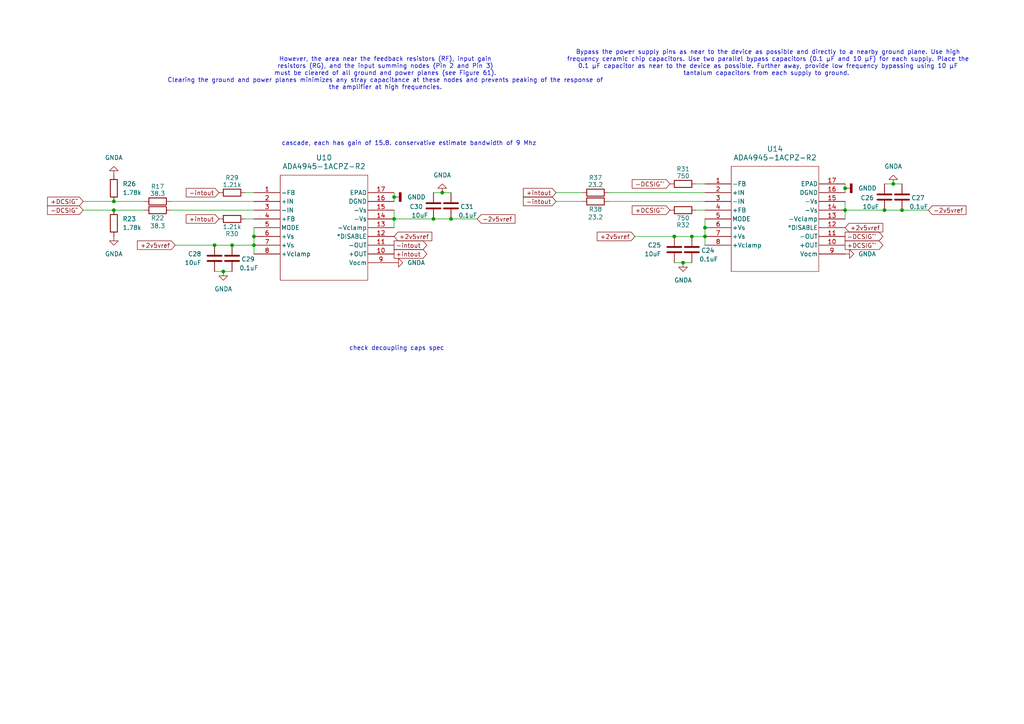
<source format=kicad_sch>
(kicad_sch (version 20231120) (generator "eeschema") (generator_version "8.0")
  (paper "A4")
  (lib_symbols
    (symbol "Device:C" (pin_numbers hide) (pin_names (offset 0.254))
      (property "Reference" "C" (at 0.635 2.54 0))
      (property "Value" "C" (at 0.635 -2.54 0))
      (symbol "C_0_1"
        (polyline (pts (xy -2.032 -0.762) (xy 2.032 -0.762)) (stroke (width 0.508)))
        (polyline (pts (xy -2.032 0.762) (xy 2.032 0.762)) (stroke (width 0.508)))
      )
      (symbol "C_1_1"
        (pin passive line (at 0 3.81 270) (length 2.794) (name "~") (number "1"))
        (pin passive line (at 0 -3.81 90) (length 2.794) (name "~") (number "2"))
      )
    )
    (symbol "Device:R" (pin_numbers hide) (pin_names (offset 0))
      (property "Reference" "R" (at 2.032 0 90))
      (property "Value" "R" (at 0 0 90))
      (symbol "R_0_1"
        (rectangle (start -1.016 -2.54) (end 1.016 2.54) (stroke (width 0.254)))
      )
      (symbol "R_1_1"
        (pin passive line (at 0 3.81 270) (length 1.27) (name "~") (number "1"))
        (pin passive line (at 0 -3.81 90) (length 1.27) (name "~") (number "2"))
      )
    )
    (symbol "dyno_inst_sym:ADA4945-1ACPZ-R2" (pin_names (offset 0.254))
      (property "Reference" "U" (at 20.32 10.16 0))
      (property "Value" "ADA4945-1ACPZ-R2" (at 20.32 7.62 0))
      (symbol "ADA4945-1ACPZ-R2_0_1"
        (polyline (pts (xy 7.62 -25.4) (xy 33.02 -25.4)) (stroke (width 0.127)))
        (polyline (pts (xy 33.02 -25.4) (xy 33.02 5.08)) (stroke (width 0.127)))
        (polyline (pts (xy 33.02 5.08) (xy 7.62 5.08)) (stroke (width 0.127)))
      )
      (symbol "ADA4945-1ACPZ-R2_1_1"
        (polyline (pts (xy 7.62 5.08) (xy 7.62 -25.4)))
        (pin unspecified line (at 0 0 0) (length 7.62) (name "-FB") (number "1"))
        (pin unspecified line (at 40.64 -17.78 180) (length 7.62) (name "+OUT") (number "10"))
        (pin unspecified line (at 40.64 -15.24 180) (length 7.62) (name "-OUT") (number "11"))
        (pin unspecified line (at 40.64 -12.7 180) (length 7.62) (name "*DISABLE") (number "12"))
        (pin unspecified line (at 40.64 -10.16 180) (length 7.62) (name "-Vclamp") (number "13"))
        (pin unspecified line (at 40.64 -7.62 180) (length 7.62) (name "-Vs") (number "14"))
        (pin unspecified line (at 40.64 -5.08 180) (length 7.62) (name "-Vs") (number "15"))
        (pin unspecified line (at 40.64 -2.54 180) (length 7.62) (name "DGND") (number "16"))
        (pin unspecified line (at 40.64 0 180) (length 7.62) (name "EPAD") (number "17"))
        (pin unspecified line (at 0 -2.54 0) (length 7.62) (name "+IN") (number "2"))
        (pin unspecified line (at 0 -5.08 0) (length 7.62) (name "-IN") (number "3"))
        (pin unspecified line (at 0 -7.62 0) (length 7.62) (name "+FB") (number "4"))
        (pin unspecified line (at 0 -10.16 0) (length 7.62) (name "MODE") (number "5"))
        (pin unspecified line (at 0 -12.7 0) (length 7.62) (name "+Vs") (number "6"))
        (pin unspecified line (at 0 -15.24 0) (length 7.62) (name "+Vs") (number "7"))
        (pin unspecified line (at 0 -17.78 0) (length 7.62) (name "+Vclamp") (number "8"))
        (pin unspecified line (at 40.64 -20.32 180) (length 7.62) (name "Vocm") (number "9"))
      )
    )
    (symbol "power:GNDA" (power) (pin_names (offset 0))
      (property "Value" "GNDA" (at 0 -3.81 0))
      (symbol "GNDA_0_1"
        (polyline (pts (xy 0 0) (xy 0 -1.27) (xy 1.27 -1.27) (xy 0 -2.54) (xy -1.27 -1.27) (xy 0 -1.27)))
      )
      (symbol "GNDA_1_1"
        (pin power_in line (at 0 0 270) (length 0) hide (name "GNDA") (number "1"))
      )
    )
    (symbol "power:GNDD" (power) (pin_names (offset 0))
      (property "Value" "GNDD" (at 0 -3.175 0))
      (symbol "GNDD_0_1"
        (rectangle (start -1.27 -1.524) (end 1.27 -2.032) (stroke (width 0.254)) (fill (type outline)))
        (polyline (pts (xy 0 0) (xy 0 -1.524)))
      )
      (symbol "GNDD_1_1"
        (pin power_in line (at 0 0 270) (length 0) hide (name "GNDD") (number "1"))
      )
    )
  )
  (junction (at 73.66 71.12))
  (junction (at 67.31 71.12))
  (junction (at 73.66 68.58))
  (junction (at 245.11 54.61))
  (junction (at 33.02 60.96))
  (junction (at 204.47 68.58))
  (junction (at 261.62 60.96))
  (junction (at 204.47 66.04))
  (junction (at 114.3 57.15))
  (junction (at 125.73 63.5))
  (junction (at 195.58 68.58))
  (junction (at 198.12 76.2))
  (junction (at 130.81 63.5))
  (junction (at 245.11 60.96))
  (junction (at 200.66 68.58))
  (junction (at 62.23 71.12))
  (junction (at 128.27 55.88))
  (junction (at 64.77 78.74))
  (junction (at 256.54 60.96))
  (junction (at 114.3 63.5))
  (junction (at 259.08 53.34))
  (junction (at 33.02 58.42))
  (wire (pts (xy 245.11 58.42) (xy 245.11 60.96)))
  (wire (pts (xy 64.77 78.74) (xy 62.23 78.74)))
  (wire (pts (xy 49.53 58.42) (xy 73.66 58.42)))
  (wire (pts (xy 184.15 68.58) (xy 195.58 68.58)))
  (wire (pts (xy 125.73 63.5) (xy 114.3 63.5)))
  (wire (pts (xy 245.11 55.88) (xy 245.11 54.61)))
  (wire (pts (xy 64.77 78.74) (xy 67.31 78.74)))
  (wire (pts (xy 114.3 63.5) (xy 114.3 66.04)))
  (wire (pts (xy 245.11 60.96) (xy 256.54 60.96)))
  (wire (pts (xy 256.54 53.34) (xy 259.08 53.34)))
  (wire (pts (xy 198.12 76.2) (xy 195.58 76.2)))
  (wire (pts (xy 176.53 55.88) (xy 204.47 55.88)))
  (wire (pts (xy 71.12 63.5) (xy 73.66 63.5)))
  (wire (pts (xy 256.54 60.96) (xy 261.62 60.96)))
  (wire (pts (xy 73.66 68.58) (xy 73.66 71.12)))
  (wire (pts (xy 245.11 54.61) (xy 245.11 53.34)))
  (wire (pts (xy 114.3 57.15) (xy 114.3 55.88)))
  (wire (pts (xy 195.58 68.58) (xy 200.66 68.58)))
  (wire (pts (xy 138.43 63.5) (xy 130.81 63.5)))
  (wire (pts (xy 125.73 55.88) (xy 128.27 55.88)))
  (wire (pts (xy 269.24 60.96) (xy 261.62 60.96)))
  (wire (pts (xy 67.31 71.12) (xy 73.66 71.12)))
  (wire (pts (xy 245.11 60.96) (xy 245.11 63.5)))
  (wire (pts (xy 198.12 76.2) (xy 200.66 76.2)))
  (wire (pts (xy 161.29 58.42) (xy 168.91 58.42)))
  (wire (pts (xy 24.13 60.96) (xy 33.02 60.96)))
  (wire (pts (xy 33.02 58.42) (xy 41.91 58.42)))
  (wire (pts (xy 114.3 60.96) (xy 114.3 63.5)))
  (wire (pts (xy 73.66 71.12) (xy 73.66 73.66)))
  (wire (pts (xy 71.12 55.88) (xy 73.66 55.88)))
  (wire (pts (xy 176.53 58.42) (xy 204.47 58.42)))
  (wire (pts (xy 33.02 60.96) (xy 41.91 60.96)))
  (wire (pts (xy 200.66 68.58) (xy 204.47 68.58)))
  (wire (pts (xy 204.47 63.5) (xy 204.47 66.04)))
  (wire (pts (xy 161.29 55.88) (xy 168.91 55.88)))
  (wire (pts (xy 114.3 58.42) (xy 114.3 57.15)))
  (wire (pts (xy 204.47 68.58) (xy 204.47 71.12)))
  (wire (pts (xy 201.93 53.34) (xy 204.47 53.34)))
  (wire (pts (xy 204.47 66.04) (xy 204.47 68.58)))
  (wire (pts (xy 24.13 58.42) (xy 33.02 58.42)))
  (wire (pts (xy 130.81 63.5) (xy 125.73 63.5)))
  (wire (pts (xy 73.66 66.04) (xy 73.66 68.58)))
  (wire (pts (xy 50.8 71.12) (xy 62.23 71.12)))
  (wire (pts (xy 201.93 60.96) (xy 204.47 60.96)))
  (wire (pts (xy 49.53 60.96) (xy 73.66 60.96)))
  (wire (pts (xy 62.23 71.12) (xy 67.31 71.12)))
  (wire (pts (xy 128.27 55.88) (xy 130.81 55.88)))
  (wire (pts (xy 259.08 53.34) (xy 261.62 53.34)))
  (text "However, the area near the feedback resistors (RF), input gain\nresistors (RG), and the input summing nodes (Pin 2 and Pin 3)\nmust be cleared of all ground and power planes (see Figure 61).\nClearing the ground and power planes minimizes any stray capacitance at these nodes and prevents peaking of the response of\nthe amplifier at high frequencies." (at 111.76 21.336 0) (effects (font (size 1.27 1.27))))
  (text "Bypass the power supply pins as near to the device as possible and directly to a nearby ground plane. Use high\nfrequency ceramic chip capacitors. Use two parallel bypass capacitors (0.1 µF and 10 µF) for each supply. Place the\n0.1 µF capacitor as near to the device as possible. Further away, provide low frequency bypassing using 10 µF\ntantalum capacitors from each supply to ground. " (at 222.758 18.288 0) (effects (font (size 1.27 1.27))))
  (text "check decoupling caps spec" (at 115.062 101.092 0) (effects (font (size 1.27 1.27))))
  (text "cascade, each has gain of 15.8. conservative estimate bandwidth of 9 Mhz" (at 118.618 41.656 0) (effects (font (size 1.27 1.27))))
  (global_label "+2v5vref" (shape input) (at 184.15 68.58 180) (property "Intersheetrefs" "${INTERSHEET_REFS}" (effects (hide yes))))
  (global_label "+2v5vref" (shape input) (at 245.11 66.04 0) (property "Intersheetrefs" "${INTERSHEET_REFS}" (effects (hide yes))))
  (global_label "-2v5vref" (shape input) (at 138.43 63.5 0) (property "Intersheetrefs" "${INTERSHEET_REFS}" (effects (hide yes))))
  (global_label "-intout" (shape input) (at 161.29 58.42 180) (property "Intersheetrefs" "${INTERSHEET_REFS}" (effects (hide yes))))
  (global_label "+2v5vref" (shape input) (at 50.8 71.12 180) (property "Intersheetrefs" "${INTERSHEET_REFS}" (effects (hide yes))))
  (global_label "-2v5vref" (shape input) (at 269.24 60.96 0) (property "Intersheetrefs" "${INTERSHEET_REFS}" (effects (hide yes))))
  (global_label "+intout" (shape input) (at 161.29 55.88 180) (property "Intersheetrefs" "${INTERSHEET_REFS}" (effects (hide yes))))
  (global_label "-DCSIG^" (shape input) (at 24.13 60.96 180) (property "Intersheetrefs" "${INTERSHEET_REFS}" (effects (hide yes))))
  (global_label "+2v5vref" (shape input) (at 114.3 68.58 0) (property "Intersheetrefs" "${INTERSHEET_REFS}" (effects (hide yes))))
  (global_label "+DCSIG^'" (shape input) (at 194.31 60.96 180) (property "Intersheetrefs" "${INTERSHEET_REFS}" (effects (hide yes))))
  (global_label "-DCSIG^'" (shape input) (at 194.31 53.34 180) (property "Intersheetrefs" "${INTERSHEET_REFS}" (effects (hide yes))))
  (global_label "+DCSIG^" (shape input) (at 24.13 58.42 180) (property "Intersheetrefs" "${INTERSHEET_REFS}" (effects (hide yes))))
  (global_label "+DCSIG^'" (shape output) (at 245.11 71.12 0) (property "Intersheetrefs" "${INTERSHEET_REFS}" (effects (hide yes))))
  (global_label "-DCSIG^'" (shape output) (at 245.11 68.58 0) (property "Intersheetrefs" "${INTERSHEET_REFS}" (effects (hide yes))))
  (global_label "+intout" (shape output) (at 114.3 73.66 0) (property "Intersheetrefs" "${INTERSHEET_REFS}" (effects (hide yes))))
  (global_label "-intout" (shape input) (at 63.5 55.88 180) (property "Intersheetrefs" "${INTERSHEET_REFS}" (effects (hide yes))))
  (global_label "+intout" (shape input) (at 63.5 63.5 180) (property "Intersheetrefs" "${INTERSHEET_REFS}" (effects (hide yes))))
  (global_label "-intout" (shape output) (at 114.3 71.12 0) (property "Intersheetrefs" "${INTERSHEET_REFS}" (effects (hide yes))))
  (symbol (lib_id "power:GNDA") (at 33.02 50.8 180) (unit 1)
    (property "Reference" "#PWR027" (effects (hide yes)))
    (property "Value" "GNDA" (at 33.02 45.72 0))
  )
  (symbol (lib_id "Device:R") (at 45.72 58.42 90) (unit 1)
    (property "Reference" "R17" (at 45.72 54.102 90))
    (property "Value" "38.3" (at 45.72 56.134 90))
    (property "Description" "Resistor" (effects (hide yes)))
  )
  (symbol (lib_id "Device:R") (at 172.72 55.88 90) (unit 1)
    (property "Reference" "R37" (at 172.72 51.562 90))
    (property "Value" "23.2" (at 172.72 53.594 90))
    (property "Description" "Resistor" (effects (hide yes)))
  )
  (symbol (lib_id "power:GNDD") (at 114.3 57.15 90) (unit 1)
    (property "Reference" "#PWR042" (effects (hide yes)))
    (property "Value" "GNDD" (at 118.11 57.1499 90) (effects (justify right)))
  )
  (symbol (lib_id "Device:C") (at 200.66 72.39 0) (mirror y) (unit 1)
    (property "Reference" "C24" (at 207.264 72.644 0) (effects (justify left)))
    (property "Value" "0.1uF" (at 208.28 75.184 0) (effects (justify left)))
    (property "Description" "Unpolarized capacitor" (effects (hide yes)))
  )
  (symbol (lib_id "Device:C") (at 130.81 59.69 0) (mirror y) (unit 1)
    (property "Reference" "C31" (at 137.414 59.944 0) (effects (justify left)))
    (property "Value" "0.1uF" (at 138.43 62.484 0) (effects (justify left)))
    (property "Description" "Unpolarized capacitor" (effects (hide yes)))
  )
  (symbol (lib_id "dyno_inst_sym:ADA4945-1ACPZ-R2") (at 204.47 53.34 0) (unit 1)
    (property "Reference" "U14" (at 224.79 43.18 0) (effects (font (size 1.524 1.524))))
    (property "Value" "ADA4945-1ACPZ-R2" (at 224.79 45.72 0) (effects (font (size 1.524 1.524))))
    (property "Footprint" "LFCSP16_ADA4945-1ACPZ-R2_ADI" (effects (hide yes)))
    (property "Datasheet" "ADA4945-1ACPZ-R2" (effects (hide yes)))
    (property "Description" "fda final one i wont switch i swear" (effects (hide yes)))
  )
  (symbol (lib_id "Device:C") (at 125.73 59.69 0) (mirror y) (unit 1)
    (property "Reference" "C30" (at 122.682 59.944 0) (effects (justify left)))
    (property "Value" "10uF" (at 124.206 62.484 0) (effects (justify left)))
    (property "Description" "Unpolarized capacitor" (effects (hide yes)))
  )
  (symbol (lib_id "Device:R") (at 67.31 63.5 270) (unit 1)
    (property "Reference" "R30" (at 67.31 67.818 90))
    (property "Value" "1.21k" (at 67.31 65.786 90))
    (property "Description" "Resistor" (effects (hide yes)))
  )
  (symbol (lib_id "Device:R") (at 33.02 64.77 180) (unit 1)
    (property "Reference" "R23" (at 35.56 63.4999 0) (effects (justify right)))
    (property "Value" "1.78k" (at 35.56 66.0399 0) (effects (justify right)))
    (property "Description" "Resistor" (effects (hide yes)))
  )
  (symbol (lib_id "Device:C") (at 261.62 57.15 0) (mirror y) (unit 1)
    (property "Reference" "C27" (at 268.224 57.404 0) (effects (justify left)))
    (property "Value" "0.1uF" (at 269.24 59.944 0) (effects (justify left)))
    (property "Description" "Unpolarized capacitor" (effects (hide yes)))
  )
  (symbol (lib_id "dyno_inst_sym:ADA4945-1ACPZ-R2") (at 73.66 55.88 0) (unit 1)
    (property "Reference" "U10" (at 93.98 45.72 0) (effects (font (size 1.524 1.524))))
    (property "Value" "ADA4945-1ACPZ-R2" (at 93.98 48.26 0) (effects (font (size 1.524 1.524))))
    (property "Footprint" "LFCSP16_ADA4945-1ACPZ-R2_ADI" (effects (hide yes)))
    (property "Datasheet" "ADA4945-1ACPZ-R2" (effects (hide yes)))
    (property "Description" "fda final one i wont switch i swear" (effects (hide yes)))
  )
  (symbol (lib_id "power:GNDA") (at 33.02 68.58 0) (unit 1)
    (property "Reference" "#PWR040" (effects (hide yes)))
    (property "Value" "GNDA" (at 33.02 73.66 0))
  )
  (symbol (lib_id "power:GNDA") (at 114.3 76.2 90) (unit 1)
    (property "Reference" "#PWR041" (effects (hide yes)))
    (property "Value" "GNDA" (at 118.11 76.1999 90) (effects (justify right)))
  )
  (symbol (lib_id "Device:C") (at 256.54 57.15 0) (mirror y) (unit 1)
    (property "Reference" "C26" (at 253.492 57.404 0) (effects (justify left)))
    (property "Value" "10uF" (at 255.016 59.944 0) (effects (justify left)))
    (property "Description" "Unpolarized capacitor" (effects (hide yes)))
  )
  (symbol (lib_id "Device:R") (at 198.12 60.96 270) (unit 1)
    (property "Reference" "R32" (at 198.12 65.278 90))
    (property "Value" "750" (at 198.12 63.246 90))
    (property "Description" "Resistor" (effects (hide yes)))
  )
  (symbol (lib_id "Device:R") (at 45.72 60.96 90) (unit 1)
    (property "Reference" "R22" (at 45.72 63.246 90))
    (property "Value" "38.3" (at 45.72 65.532 90))
    (property "Description" "Resistor" (effects (hide yes)))
  )
  (symbol (lib_id "Device:R") (at 67.31 55.88 90) (unit 1)
    (property "Reference" "R29" (at 67.31 51.562 90))
    (property "Value" "1.21k" (at 67.31 53.594 90))
    (property "Description" "Resistor" (effects (hide yes)))
  )
  (symbol (lib_id "Device:R") (at 172.72 58.42 90) (unit 1)
    (property "Reference" "R38" (at 172.72 60.706 90))
    (property "Value" "23.2" (at 172.72 62.992 90))
    (property "Description" "Resistor" (effects (hide yes)))
  )
  (symbol (lib_id "Device:C") (at 62.23 74.93 0) (mirror y) (unit 1)
    (property "Reference" "C28" (at 58.42 73.6599 0) (effects (justify left)))
    (property "Value" "10uF" (at 58.42 76.1999 0) (effects (justify left)))
    (property "Description" "Unpolarized capacitor" (effects (hide yes)))
  )
  (symbol (lib_id "Device:R") (at 198.12 53.34 90) (unit 1)
    (property "Reference" "R31" (at 198.12 49.022 90))
    (property "Value" "750" (at 198.12 51.054 90))
    (property "Description" "Resistor" (effects (hide yes)))
  )
  (symbol (lib_id "power:GNDA") (at 259.08 53.34 180) (unit 1)
    (property "Reference" "#PWR013" (effects (hide yes)))
    (property "Value" "GNDA" (at 259.08 48.26 0))
  )
  (symbol (lib_id "power:GNDA") (at 245.11 73.66 90) (unit 1)
    (property "Reference" "#PWR044" (effects (hide yes)))
    (property "Value" "GNDA" (at 248.92 73.6599 90) (effects (justify right)))
  )
  (symbol (lib_id "Device:R") (at 33.02 54.61 0) (unit 1)
    (property "Reference" "R26" (at 35.56 53.3399 0) (effects (justify left)))
    (property "Value" "1.78k" (at 35.56 55.8799 0) (effects (justify left)))
    (property "Description" "Resistor" (effects (hide yes)))
  )
  (symbol (lib_id "power:GNDA") (at 128.27 55.88 180) (unit 1)
    (property "Reference" "#PWR046" (effects (hide yes)))
    (property "Value" "GNDA" (at 128.27 50.8 0))
  )
  (symbol (lib_id "power:GNDD") (at 245.11 54.61 90) (unit 1)
    (property "Reference" "#PWR043" (effects (hide yes)))
    (property "Value" "GNDD" (at 248.92 54.6099 90) (effects (justify right)))
  )
  (symbol (lib_id "power:GNDA") (at 198.12 76.2 0) (unit 1)
    (property "Reference" "#PWR012" (effects (hide yes)))
    (property "Value" "GNDA" (at 198.12 81.28 0))
  )
  (symbol (lib_id "Device:C") (at 67.31 74.93 0) (mirror y) (unit 1)
    (property "Reference" "C29" (at 73.914 75.184 0) (effects (justify left)))
    (property "Value" "0.1uF" (at 74.93 77.724 0) (effects (justify left)))
    (property "Description" "Unpolarized capacitor" (effects (hide yes)))
  )
  (symbol (lib_id "power:GNDA") (at 64.77 78.74 0) (unit 1)
    (property "Reference" "#PWR045" (effects (hide yes)))
    (property "Value" "GNDA" (at 64.77 83.82 0))
  )
  (symbol (lib_id "Device:C") (at 195.58 72.39 0) (mirror y) (unit 1)
    (property "Reference" "C25" (at 191.77 71.1199 0) (effects (justify left)))
    (property "Value" "10uF" (at 191.77 73.6599 0) (effects (justify left)))
    (property "Description" "Unpolarized capacitor" (effects (hide yes)))
  )
)
</source>
